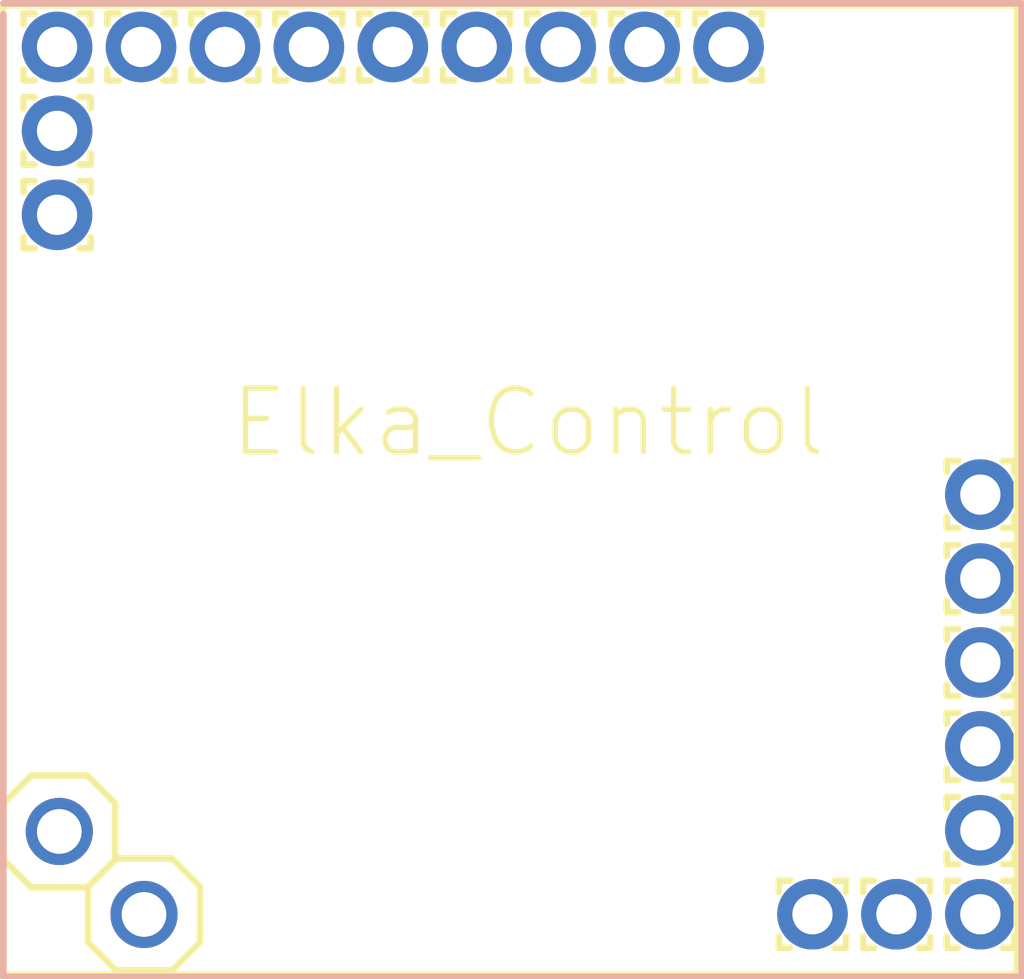
<source format=kicad_pcb>
(kicad_pcb (version 20171130) (host pcbnew 5.0.0-rc3-unknown-14ce5182~65~ubuntu16.04.1)

  (general
    (thickness 1.6)
    (drawings 11)
    (tracks 0)
    (zones 0)
    (modules 21)
    (nets 21)
  )

  (page A4)
  (layers
    (0 Top signal)
    (1 3V3 signal)
    (2 GND signal)
    (31 Bottom signal)
    (32 B.Adhes user)
    (33 F.Adhes user)
    (34 B.Paste user)
    (35 F.Paste user)
    (36 B.SilkS user)
    (37 F.SilkS user)
    (38 B.Mask user)
    (39 F.Mask user)
    (40 Dwgs.User user)
    (41 Cmts.User user)
    (42 Eco1.User user)
    (43 Eco2.User user)
    (44 Edge.Cuts user)
    (45 Margin user)
    (46 B.CrtYd user)
    (47 F.CrtYd user)
    (48 B.Fab user)
    (49 F.Fab user)
  )

  (setup
    (last_trace_width 0.25)
    (trace_clearance 0.127)
    (zone_clearance 0.508)
    (zone_45_only no)
    (trace_min 0.127)
    (segment_width 0.2)
    (edge_width 0.15)
    (via_size 0.8)
    (via_drill 0.4)
    (via_min_size 0.4)
    (via_min_drill 0.3)
    (uvia_size 0.3)
    (uvia_drill 0.1)
    (uvias_allowed no)
    (uvia_min_size 0.2)
    (uvia_min_drill 0.1)
    (pcb_text_width 0.3)
    (pcb_text_size 1.5 1.5)
    (mod_edge_width 0.15)
    (mod_text_size 1 1)
    (mod_text_width 0.15)
    (pad_size 1.524 1.524)
    (pad_drill 0.762)
    (pad_to_mask_clearance 0.2)
    (aux_axis_origin 0 0)
    (visible_elements FFFFFF7F)
    (pcbplotparams
      (layerselection 0x010fc_ffffffff)
      (usegerberextensions false)
      (usegerberattributes false)
      (usegerberadvancedattributes false)
      (creategerberjobfile false)
      (excludeedgelayer true)
      (linewidth 0.100000)
      (plotframeref false)
      (viasonmask false)
      (mode 1)
      (useauxorigin false)
      (hpglpennumber 1)
      (hpglpenspeed 20)
      (hpglpendiameter 15.000000)
      (psnegative false)
      (psa4output false)
      (plotreference true)
      (plotvalue true)
      (plotinvisibletext false)
      (padsonsilk false)
      (subtractmaskfromsilk false)
      (outputformat 1)
      (mirror false)
      (drillshape 1)
      (scaleselection 1)
      (outputdirectory ""))
  )

  (net 0 "")
  (net 1 GND)
  (net 2 +3V3)
  (net 3 PC11_2)
  (net 4 PC10_2)
  (net 5 PA5_2)
  (net 6 PB4_2)
  (net 7 PB11_2)
  (net 8 PB10_2)
  (net 9 PB3_2)
  (net 10 PA3_2)
  (net 11 PA2_2)
  (net 12 PA1_2)
  (net 13 PC12_2)
  (net 14 N$2)
  (net 15 N$1)
  (net 16 PA9_2)
  (net 17 PA10_2)
  (net 18 N$5)
  (net 19 PA6_2)
  (net 20 PA7_2)

  (net_class Default "This is the default net class."
    (clearance 0.127)
    (trace_width 0.25)
    (via_dia 0.8)
    (via_drill 0.4)
    (uvia_dia 0.3)
    (uvia_drill 0.1)
    (add_net +3V3)
    (add_net GND)
    (add_net N$1)
    (add_net N$2)
    (add_net N$5)
    (add_net PA10_2)
    (add_net PA1_2)
    (add_net PA2_2)
    (add_net PA3_2)
    (add_net PA5_2)
    (add_net PA6_2)
    (add_net PA7_2)
    (add_net PA9_2)
    (add_net PB10_2)
    (add_net PB11_2)
    (add_net PB3_2)
    (add_net PB4_2)
    (add_net PC10_2)
    (add_net PC11_2)
    (add_net PC12_2)
  )

  (module elka_r_breakout_cyclo:1,6_0,9 (layer Top) (tedit 0) (tstamp 5B46862C)
    (at 34.7599 117.437406)
    (descr "<b>THROUGH-HOLE PAD</b>")
    (fp_text reference PAD35 (at -0.762 -1.016) (layer F.SilkS) hide
      (effects (font (size 1.2065 1.2065) (thickness 0.127)) (justify left bottom))
    )
    (fp_text value "" (at 0 -0.6) (layer F.Fab)
      (effects (font (size 0.02413 0.02413) (thickness 0.00193)) (justify left bottom))
    )
    (fp_line (start -0.508 -0.762) (end -0.762 -0.762) (layer F.SilkS) (width 0.1524))
    (fp_line (start -0.762 -0.762) (end -0.762 -0.508) (layer F.SilkS) (width 0.1524))
    (fp_line (start -0.762 0.508) (end -0.762 0.762) (layer F.SilkS) (width 0.1524))
    (fp_line (start -0.762 0.762) (end -0.508 0.762) (layer F.SilkS) (width 0.1524))
    (fp_line (start 0.508 0.762) (end 0.762 0.762) (layer F.SilkS) (width 0.1524))
    (fp_line (start 0.762 0.762) (end 0.762 0.508) (layer F.SilkS) (width 0.1524))
    (fp_line (start 0.762 -0.508) (end 0.762 -0.762) (layer F.SilkS) (width 0.1524))
    (fp_line (start 0.762 -0.762) (end 0.508 -0.762) (layer F.SilkS) (width 0.1524))
    (fp_circle (center 0 0) (end 0.635 0) (layer F.Fab) (width 0.1524))
    (pad 1 thru_hole circle (at 0 0) (size 1.6002 1.6002) (drill 0.9144) (layers *.Cu *.Mask)
      (net 2 +3V3) (solder_mask_margin 0.1016))
  )

  (module elka_r_breakout_cyclo:1X01 (layer Top) (tedit 0) (tstamp 5B468F89)
    (at 25.303 137.127006 180)
    (descr "<b>PIN HEADER</b>")
    (fp_text reference JP4 (at -1.3462 -1.8288 180) (layer F.SilkS) hide
      (effects (font (size 1.2065 1.2065) (thickness 0.127)) (justify right top))
    )
    (fp_text value VBAT (at -1.27 3.175 180) (layer F.Fab) hide
      (effects (font (size 1.2065 1.2065) (thickness 0.1016)) (justify right top))
    )
    (fp_line (start -0.635 -1.27) (end 0.635 -1.27) (layer F.SilkS) (width 0.1524))
    (fp_line (start 0.635 -1.27) (end 1.27 -0.635) (layer F.SilkS) (width 0.1524))
    (fp_line (start 1.27 -0.635) (end 1.27 0.635) (layer F.SilkS) (width 0.1524))
    (fp_line (start 1.27 0.635) (end 0.635 1.27) (layer F.SilkS) (width 0.1524))
    (fp_line (start -1.27 -0.635) (end -1.27 0.635) (layer F.SilkS) (width 0.1524))
    (fp_line (start -0.635 -1.27) (end -1.27 -0.635) (layer F.SilkS) (width 0.1524))
    (fp_line (start -1.27 0.635) (end -0.635 1.27) (layer F.SilkS) (width 0.1524))
    (fp_line (start 0.635 1.27) (end -0.635 1.27) (layer F.SilkS) (width 0.1524))
    (fp_poly (pts (xy -0.254 0.254) (xy 0.254 0.254) (xy 0.254 -0.254) (xy -0.254 -0.254)) (layer F.Fab) (width 0))
    (pad 1 thru_hole circle (at 0 0 180) (size 1.524 1.524) (drill 1.016) (layers *.Cu *.Mask)
      (solder_mask_margin 0.1016))
  )

  (module elka_r_breakout_cyclo:1,6_0,9 (layer Top) (tedit 0) (tstamp 5B4685DE)
    (at 23.3299 121.247406)
    (descr "<b>THROUGH-HOLE PAD</b>")
    (fp_text reference PAD29 (at -0.762 -1.016) (layer F.SilkS) hide
      (effects (font (size 1.2065 1.2065) (thickness 0.127)) (justify left bottom))
    )
    (fp_text value "" (at 0 -0.6) (layer F.Fab)
      (effects (font (size 0.02413 0.02413) (thickness 0.00193)) (justify left bottom))
    )
    (fp_line (start -0.508 -0.762) (end -0.762 -0.762) (layer F.SilkS) (width 0.1524))
    (fp_line (start -0.762 -0.762) (end -0.762 -0.508) (layer F.SilkS) (width 0.1524))
    (fp_line (start -0.762 0.508) (end -0.762 0.762) (layer F.SilkS) (width 0.1524))
    (fp_line (start -0.762 0.762) (end -0.508 0.762) (layer F.SilkS) (width 0.1524))
    (fp_line (start 0.508 0.762) (end 0.762 0.762) (layer F.SilkS) (width 0.1524))
    (fp_line (start 0.762 0.762) (end 0.762 0.508) (layer F.SilkS) (width 0.1524))
    (fp_line (start 0.762 -0.508) (end 0.762 -0.762) (layer F.SilkS) (width 0.1524))
    (fp_line (start 0.762 -0.762) (end 0.508 -0.762) (layer F.SilkS) (width 0.1524))
    (fp_circle (center 0 0) (end 0.635 0) (layer F.Fab) (width 0.1524))
    (pad 1 thru_hole circle (at 0 0) (size 1.6002 1.6002) (drill 0.9144) (layers *.Cu *.Mask)
      (net 6 PB4_2) (solder_mask_margin 0.1016))
  )

  (module elka_r_breakout_cyclo:1,6_0,9 (layer Top) (tedit 0) (tstamp 5B468605)
    (at 30.9499 117.437406)
    (descr "<b>THROUGH-HOLE PAD</b>")
    (fp_text reference PAD32 (at -0.762 -1.016) (layer F.SilkS) hide
      (effects (font (size 1.2065 1.2065) (thickness 0.127)) (justify left bottom))
    )
    (fp_text value "" (at 0 -0.6) (layer F.Fab)
      (effects (font (size 0.02413 0.02413) (thickness 0.00193)) (justify left bottom))
    )
    (fp_line (start -0.508 -0.762) (end -0.762 -0.762) (layer F.SilkS) (width 0.1524))
    (fp_line (start -0.762 -0.762) (end -0.762 -0.508) (layer F.SilkS) (width 0.1524))
    (fp_line (start -0.762 0.508) (end -0.762 0.762) (layer F.SilkS) (width 0.1524))
    (fp_line (start -0.762 0.762) (end -0.508 0.762) (layer F.SilkS) (width 0.1524))
    (fp_line (start 0.508 0.762) (end 0.762 0.762) (layer F.SilkS) (width 0.1524))
    (fp_line (start 0.762 0.762) (end 0.762 0.508) (layer F.SilkS) (width 0.1524))
    (fp_line (start 0.762 -0.508) (end 0.762 -0.762) (layer F.SilkS) (width 0.1524))
    (fp_line (start 0.762 -0.762) (end 0.508 -0.762) (layer F.SilkS) (width 0.1524))
    (fp_circle (center 0 0) (end 0.635 0) (layer F.Fab) (width 0.1524))
    (pad 1 thru_hole circle (at 0 0) (size 1.6002 1.6002) (drill 0.9144) (layers *.Cu *.Mask)
      (net 15 N$1) (solder_mask_margin 0.1016))
  )

  (module elka_r_breakout_cyclo:1X01 (layer Top) (tedit 0) (tstamp 5B46854F)
    (at 23.3807 135.242806 180)
    (descr "<b>PIN HEADER</b>")
    (fp_text reference JP4 (at -1.3462 -1.8288 180) (layer F.SilkS) hide
      (effects (font (size 1.2065 1.2065) (thickness 0.127)) (justify right top))
    )
    (fp_text value VBAT (at -1.27 3.175 180) (layer F.Fab) hide
      (effects (font (size 1.2065 1.2065) (thickness 0.1016)) (justify right top))
    )
    (fp_line (start -0.635 -1.27) (end 0.635 -1.27) (layer F.SilkS) (width 0.1524))
    (fp_line (start 0.635 -1.27) (end 1.27 -0.635) (layer F.SilkS) (width 0.1524))
    (fp_line (start 1.27 -0.635) (end 1.27 0.635) (layer F.SilkS) (width 0.1524))
    (fp_line (start 1.27 0.635) (end 0.635 1.27) (layer F.SilkS) (width 0.1524))
    (fp_line (start -1.27 -0.635) (end -1.27 0.635) (layer F.SilkS) (width 0.1524))
    (fp_line (start -0.635 -1.27) (end -1.27 -0.635) (layer F.SilkS) (width 0.1524))
    (fp_line (start -1.27 0.635) (end -0.635 1.27) (layer F.SilkS) (width 0.1524))
    (fp_line (start 0.635 1.27) (end -0.635 1.27) (layer F.SilkS) (width 0.1524))
    (fp_poly (pts (xy -0.254 0.254) (xy 0.254 0.254) (xy 0.254 -0.254) (xy -0.254 -0.254)) (layer F.Fab) (width 0))
    (pad 1 thru_hole circle (at 0 0 180) (size 1.524 1.524) (drill 1.016) (layers *.Cu *.Mask)
      (net 20 PA7_2) (solder_mask_margin 0.1016))
  )

  (module elka_r_breakout_cyclo:1,6_0,9 (layer Top) (tedit 0) (tstamp 5B4685EB)
    (at 23.3299 119.342406)
    (descr "<b>THROUGH-HOLE PAD</b>")
    (fp_text reference PAD30 (at -0.762 -1.016) (layer F.SilkS) hide
      (effects (font (size 1.2065 1.2065) (thickness 0.127)) (justify left bottom))
    )
    (fp_text value "" (at 0 -0.6) (layer F.Fab)
      (effects (font (size 0.02413 0.02413) (thickness 0.00193)) (justify left bottom))
    )
    (fp_line (start -0.508 -0.762) (end -0.762 -0.762) (layer F.SilkS) (width 0.1524))
    (fp_line (start -0.762 -0.762) (end -0.762 -0.508) (layer F.SilkS) (width 0.1524))
    (fp_line (start -0.762 0.508) (end -0.762 0.762) (layer F.SilkS) (width 0.1524))
    (fp_line (start -0.762 0.762) (end -0.508 0.762) (layer F.SilkS) (width 0.1524))
    (fp_line (start 0.508 0.762) (end 0.762 0.762) (layer F.SilkS) (width 0.1524))
    (fp_line (start 0.762 0.762) (end 0.762 0.508) (layer F.SilkS) (width 0.1524))
    (fp_line (start 0.762 -0.508) (end 0.762 -0.762) (layer F.SilkS) (width 0.1524))
    (fp_line (start 0.762 -0.762) (end 0.508 -0.762) (layer F.SilkS) (width 0.1524))
    (fp_circle (center 0 0) (end 0.635 0) (layer F.Fab) (width 0.1524))
    (pad 1 thru_hole circle (at 0 0) (size 1.6002 1.6002) (drill 0.9144) (layers *.Cu *.Mask)
      (net 9 PB3_2) (solder_mask_margin 0.1016))
  )

  (module elka_r_breakout_cyclo:1,6_0,9 (layer Top) (tedit 0) (tstamp 5B46861F)
    (at 25.2349 117.437406)
    (descr "<b>THROUGH-HOLE PAD</b>")
    (fp_text reference PAD34 (at -0.762 -1.016) (layer F.SilkS) hide
      (effects (font (size 1.2065 1.2065) (thickness 0.127)) (justify left bottom))
    )
    (fp_text value "" (at 0 -0.6) (layer F.Fab)
      (effects (font (size 0.02413 0.02413) (thickness 0.00193)) (justify left bottom))
    )
    (fp_line (start -0.508 -0.762) (end -0.762 -0.762) (layer F.SilkS) (width 0.1524))
    (fp_line (start -0.762 -0.762) (end -0.762 -0.508) (layer F.SilkS) (width 0.1524))
    (fp_line (start -0.762 0.508) (end -0.762 0.762) (layer F.SilkS) (width 0.1524))
    (fp_line (start -0.762 0.762) (end -0.508 0.762) (layer F.SilkS) (width 0.1524))
    (fp_line (start 0.508 0.762) (end 0.762 0.762) (layer F.SilkS) (width 0.1524))
    (fp_line (start 0.762 0.762) (end 0.762 0.508) (layer F.SilkS) (width 0.1524))
    (fp_line (start 0.762 -0.508) (end 0.762 -0.762) (layer F.SilkS) (width 0.1524))
    (fp_line (start 0.762 -0.762) (end 0.508 -0.762) (layer F.SilkS) (width 0.1524))
    (fp_circle (center 0 0) (end 0.635 0) (layer F.Fab) (width 0.1524))
    (pad 1 thru_hole circle (at 0 0) (size 1.6002 1.6002) (drill 0.9144) (layers *.Cu *.Mask)
      (net 3 PC11_2) (solder_mask_margin 0.1016))
  )

  (module elka_r_breakout_cyclo:1,6_0,9 (layer Top) (tedit 0) (tstamp 5B4685C4)
    (at 40.4749 137.122406)
    (descr "<b>THROUGH-HOLE PAD</b>")
    (fp_text reference PAD27 (at -0.762 -1.016) (layer F.SilkS) hide
      (effects (font (size 1.2065 1.2065) (thickness 0.127)) (justify left bottom))
    )
    (fp_text value "" (at 0 -0.6) (layer F.Fab)
      (effects (font (size 0.02413 0.02413) (thickness 0.00193)) (justify left bottom))
    )
    (fp_line (start -0.508 -0.762) (end -0.762 -0.762) (layer F.SilkS) (width 0.1524))
    (fp_line (start -0.762 -0.762) (end -0.762 -0.508) (layer F.SilkS) (width 0.1524))
    (fp_line (start -0.762 0.508) (end -0.762 0.762) (layer F.SilkS) (width 0.1524))
    (fp_line (start -0.762 0.762) (end -0.508 0.762) (layer F.SilkS) (width 0.1524))
    (fp_line (start 0.508 0.762) (end 0.762 0.762) (layer F.SilkS) (width 0.1524))
    (fp_line (start 0.762 0.762) (end 0.762 0.508) (layer F.SilkS) (width 0.1524))
    (fp_line (start 0.762 -0.508) (end 0.762 -0.762) (layer F.SilkS) (width 0.1524))
    (fp_line (start 0.762 -0.762) (end 0.508 -0.762) (layer F.SilkS) (width 0.1524))
    (fp_circle (center 0 0) (end 0.635 0) (layer F.Fab) (width 0.1524))
    (pad 1 thru_hole circle (at 0 0) (size 1.6002 1.6002) (drill 0.9144) (layers *.Cu *.Mask)
      (net 12 PA1_2) (solder_mask_margin 0.1016))
  )

  (module elka_r_breakout_cyclo:1,6_0,9 (layer Top) (tedit 0) (tstamp 5B4685D1)
    (at 23.3299 117.437406)
    (descr "<b>THROUGH-HOLE PAD</b>")
    (fp_text reference PAD28 (at -0.762 -1.016) (layer F.SilkS) hide
      (effects (font (size 1.2065 1.2065) (thickness 0.127)) (justify left bottom))
    )
    (fp_text value "" (at 0 -0.6) (layer F.Fab)
      (effects (font (size 0.02413 0.02413) (thickness 0.00193)) (justify left bottom))
    )
    (fp_line (start -0.508 -0.762) (end -0.762 -0.762) (layer F.SilkS) (width 0.1524))
    (fp_line (start -0.762 -0.762) (end -0.762 -0.508) (layer F.SilkS) (width 0.1524))
    (fp_line (start -0.762 0.508) (end -0.762 0.762) (layer F.SilkS) (width 0.1524))
    (fp_line (start -0.762 0.762) (end -0.508 0.762) (layer F.SilkS) (width 0.1524))
    (fp_line (start 0.508 0.762) (end 0.762 0.762) (layer F.SilkS) (width 0.1524))
    (fp_line (start 0.762 0.762) (end 0.762 0.508) (layer F.SilkS) (width 0.1524))
    (fp_line (start 0.762 -0.508) (end 0.762 -0.762) (layer F.SilkS) (width 0.1524))
    (fp_line (start 0.762 -0.762) (end 0.508 -0.762) (layer F.SilkS) (width 0.1524))
    (fp_circle (center 0 0) (end 0.635 0) (layer F.Fab) (width 0.1524))
    (pad 1 thru_hole circle (at 0 0) (size 1.6002 1.6002) (drill 0.9144) (layers *.Cu *.Mask)
      (net 13 PC12_2) (solder_mask_margin 0.1016))
  )

  (module elka_r_breakout_cyclo:1,6_0,9 (layer Top) (tedit 0) (tstamp 5B4685F8)
    (at 32.8549 117.437406)
    (descr "<b>THROUGH-HOLE PAD</b>")
    (fp_text reference PAD31 (at -0.762 -1.016) (layer F.SilkS) hide
      (effects (font (size 1.2065 1.2065) (thickness 0.127)) (justify left bottom))
    )
    (fp_text value "" (at 0 -0.6) (layer F.Fab)
      (effects (font (size 0.02413 0.02413) (thickness 0.00193)) (justify left bottom))
    )
    (fp_line (start -0.508 -0.762) (end -0.762 -0.762) (layer F.SilkS) (width 0.1524))
    (fp_line (start -0.762 -0.762) (end -0.762 -0.508) (layer F.SilkS) (width 0.1524))
    (fp_line (start -0.762 0.508) (end -0.762 0.762) (layer F.SilkS) (width 0.1524))
    (fp_line (start -0.762 0.762) (end -0.508 0.762) (layer F.SilkS) (width 0.1524))
    (fp_line (start 0.508 0.762) (end 0.762 0.762) (layer F.SilkS) (width 0.1524))
    (fp_line (start 0.762 0.762) (end 0.762 0.508) (layer F.SilkS) (width 0.1524))
    (fp_line (start 0.762 -0.508) (end 0.762 -0.762) (layer F.SilkS) (width 0.1524))
    (fp_line (start 0.762 -0.762) (end 0.508 -0.762) (layer F.SilkS) (width 0.1524))
    (fp_circle (center 0 0) (end 0.635 0) (layer F.Fab) (width 0.1524))
    (pad 1 thru_hole circle (at 0 0) (size 1.6002 1.6002) (drill 0.9144) (layers *.Cu *.Mask)
      (net 1 GND) (solder_mask_margin 0.1016))
  )

  (module elka_r_breakout_cyclo:1,6_0,9 (layer Top) (tedit 0) (tstamp 5B468612)
    (at 29.0449 117.437406)
    (descr "<b>THROUGH-HOLE PAD</b>")
    (fp_text reference PAD33 (at -0.762 -1.016) (layer F.SilkS) hide
      (effects (font (size 1.2065 1.2065) (thickness 0.127)) (justify left bottom))
    )
    (fp_text value "" (at 0 -0.6) (layer F.Fab)
      (effects (font (size 0.02413 0.02413) (thickness 0.00193)) (justify left bottom))
    )
    (fp_line (start -0.508 -0.762) (end -0.762 -0.762) (layer F.SilkS) (width 0.1524))
    (fp_line (start -0.762 -0.762) (end -0.762 -0.508) (layer F.SilkS) (width 0.1524))
    (fp_line (start -0.762 0.508) (end -0.762 0.762) (layer F.SilkS) (width 0.1524))
    (fp_line (start -0.762 0.762) (end -0.508 0.762) (layer F.SilkS) (width 0.1524))
    (fp_line (start 0.508 0.762) (end 0.762 0.762) (layer F.SilkS) (width 0.1524))
    (fp_line (start 0.762 0.762) (end 0.762 0.508) (layer F.SilkS) (width 0.1524))
    (fp_line (start 0.762 -0.508) (end 0.762 -0.762) (layer F.SilkS) (width 0.1524))
    (fp_line (start 0.762 -0.762) (end 0.508 -0.762) (layer F.SilkS) (width 0.1524))
    (fp_circle (center 0 0) (end 0.635 0) (layer F.Fab) (width 0.1524))
    (pad 1 thru_hole circle (at 0 0) (size 1.6002 1.6002) (drill 0.9144) (layers *.Cu *.Mask)
      (net 14 N$2) (solder_mask_margin 0.1016))
  )

  (module elka_r_breakout_cyclo:1,6_0,9 (layer Top) (tedit 0) (tstamp 5B468646)
    (at 38.5699 117.437406)
    (descr "<b>THROUGH-HOLE PAD</b>")
    (fp_text reference PAD37 (at -0.762 -1.016) (layer F.SilkS) hide
      (effects (font (size 1.2065 1.2065) (thickness 0.127)) (justify left bottom))
    )
    (fp_text value "" (at 0 -0.6) (layer F.Fab)
      (effects (font (size 0.02413 0.02413) (thickness 0.00193)) (justify left bottom))
    )
    (fp_line (start -0.508 -0.762) (end -0.762 -0.762) (layer F.SilkS) (width 0.1524))
    (fp_line (start -0.762 -0.762) (end -0.762 -0.508) (layer F.SilkS) (width 0.1524))
    (fp_line (start -0.762 0.508) (end -0.762 0.762) (layer F.SilkS) (width 0.1524))
    (fp_line (start -0.762 0.762) (end -0.508 0.762) (layer F.SilkS) (width 0.1524))
    (fp_line (start 0.508 0.762) (end 0.762 0.762) (layer F.SilkS) (width 0.1524))
    (fp_line (start 0.762 0.762) (end 0.762 0.508) (layer F.SilkS) (width 0.1524))
    (fp_line (start 0.762 -0.508) (end 0.762 -0.762) (layer F.SilkS) (width 0.1524))
    (fp_line (start 0.762 -0.762) (end 0.508 -0.762) (layer F.SilkS) (width 0.1524))
    (fp_circle (center 0 0) (end 0.635 0) (layer F.Fab) (width 0.1524))
    (pad 1 thru_hole circle (at 0 0) (size 1.6002 1.6002) (drill 0.9144) (layers *.Cu *.Mask)
      (net 16 PA9_2) (solder_mask_margin 0.1016))
  )

  (module elka_r_breakout_cyclo:1,6_0,9 (layer Top) (tedit 0) (tstamp 5B4685B7)
    (at 44.2849 135.217406)
    (descr "<b>THROUGH-HOLE PAD</b>")
    (fp_text reference PAD26 (at -0.762 -1.016) (layer F.SilkS) hide
      (effects (font (size 1.2065 1.2065) (thickness 0.127)) (justify left bottom))
    )
    (fp_text value "" (at 0 -0.6) (layer F.Fab)
      (effects (font (size 0.02413 0.02413) (thickness 0.00193)) (justify left bottom))
    )
    (fp_line (start -0.508 -0.762) (end -0.762 -0.762) (layer F.SilkS) (width 0.1524))
    (fp_line (start -0.762 -0.762) (end -0.762 -0.508) (layer F.SilkS) (width 0.1524))
    (fp_line (start -0.762 0.508) (end -0.762 0.762) (layer F.SilkS) (width 0.1524))
    (fp_line (start -0.762 0.762) (end -0.508 0.762) (layer F.SilkS) (width 0.1524))
    (fp_line (start 0.508 0.762) (end 0.762 0.762) (layer F.SilkS) (width 0.1524))
    (fp_line (start 0.762 0.762) (end 0.762 0.508) (layer F.SilkS) (width 0.1524))
    (fp_line (start 0.762 -0.508) (end 0.762 -0.762) (layer F.SilkS) (width 0.1524))
    (fp_line (start 0.762 -0.762) (end 0.508 -0.762) (layer F.SilkS) (width 0.1524))
    (fp_circle (center 0 0) (end 0.635 0) (layer F.Fab) (width 0.1524))
    (pad 1 thru_hole circle (at 0 0) (size 1.6002 1.6002) (drill 0.9144) (layers *.Cu *.Mask)
      (net 5 PA5_2) (solder_mask_margin 0.1016))
  )

  (module elka_r_breakout_cyclo:1,6_0,9 (layer Top) (tedit 0) (tstamp 5B468590)
    (at 44.2849 127.597406)
    (descr "<b>THROUGH-HOLE PAD</b>")
    (fp_text reference PAD23 (at -0.762 -1.016) (layer F.SilkS) hide
      (effects (font (size 1.2065 1.2065) (thickness 0.127)) (justify left bottom))
    )
    (fp_text value "" (at 0 -0.6) (layer F.Fab)
      (effects (font (size 0.02413 0.02413) (thickness 0.00193)) (justify left bottom))
    )
    (fp_line (start -0.508 -0.762) (end -0.762 -0.762) (layer F.SilkS) (width 0.1524))
    (fp_line (start -0.762 -0.762) (end -0.762 -0.508) (layer F.SilkS) (width 0.1524))
    (fp_line (start -0.762 0.508) (end -0.762 0.762) (layer F.SilkS) (width 0.1524))
    (fp_line (start -0.762 0.762) (end -0.508 0.762) (layer F.SilkS) (width 0.1524))
    (fp_line (start 0.508 0.762) (end 0.762 0.762) (layer F.SilkS) (width 0.1524))
    (fp_line (start 0.762 0.762) (end 0.762 0.508) (layer F.SilkS) (width 0.1524))
    (fp_line (start 0.762 -0.508) (end 0.762 -0.762) (layer F.SilkS) (width 0.1524))
    (fp_line (start 0.762 -0.762) (end 0.508 -0.762) (layer F.SilkS) (width 0.1524))
    (fp_circle (center 0 0) (end 0.635 0) (layer F.Fab) (width 0.1524))
    (pad 1 thru_hole circle (at 0 0) (size 1.6002 1.6002) (drill 0.9144) (layers *.Cu *.Mask)
      (net 7 PB11_2) (solder_mask_margin 0.1016))
  )

  (module elka_r_breakout_cyclo:1,6_0,9 (layer Top) (tedit 0) (tstamp 5B4685AA)
    (at 44.2849 133.312406)
    (descr "<b>THROUGH-HOLE PAD</b>")
    (fp_text reference PAD25 (at -0.762 -1.016) (layer F.SilkS) hide
      (effects (font (size 1.2065 1.2065) (thickness 0.127)) (justify left bottom))
    )
    (fp_text value "" (at 0 -0.6) (layer F.Fab)
      (effects (font (size 0.02413 0.02413) (thickness 0.00193)) (justify left bottom))
    )
    (fp_line (start -0.508 -0.762) (end -0.762 -0.762) (layer F.SilkS) (width 0.1524))
    (fp_line (start -0.762 -0.762) (end -0.762 -0.508) (layer F.SilkS) (width 0.1524))
    (fp_line (start -0.762 0.508) (end -0.762 0.762) (layer F.SilkS) (width 0.1524))
    (fp_line (start -0.762 0.762) (end -0.508 0.762) (layer F.SilkS) (width 0.1524))
    (fp_line (start 0.508 0.762) (end 0.762 0.762) (layer F.SilkS) (width 0.1524))
    (fp_line (start 0.762 0.762) (end 0.762 0.508) (layer F.SilkS) (width 0.1524))
    (fp_line (start 0.762 -0.508) (end 0.762 -0.762) (layer F.SilkS) (width 0.1524))
    (fp_line (start 0.762 -0.762) (end 0.508 -0.762) (layer F.SilkS) (width 0.1524))
    (fp_circle (center 0 0) (end 0.635 0) (layer F.Fab) (width 0.1524))
    (pad 1 thru_hole circle (at 0 0) (size 1.6002 1.6002) (drill 0.9144) (layers *.Cu *.Mask)
      (net 18 N$5) (solder_mask_margin 0.1016))
  )

  (module elka_r_breakout_cyclo:1,6_0,9 (layer Top) (tedit 0) (tstamp 5B468576)
    (at 44.2849 137.122406)
    (descr "<b>THROUGH-HOLE PAD</b>")
    (fp_text reference PAD21 (at -0.762 -1.016) (layer F.SilkS) hide
      (effects (font (size 1.2065 1.2065) (thickness 0.127)) (justify left bottom))
    )
    (fp_text value "" (at 0 -0.6) (layer F.Fab)
      (effects (font (size 0.02413 0.02413) (thickness 0.00193)) (justify left bottom))
    )
    (fp_line (start -0.508 -0.762) (end -0.762 -0.762) (layer F.SilkS) (width 0.1524))
    (fp_line (start -0.762 -0.762) (end -0.762 -0.508) (layer F.SilkS) (width 0.1524))
    (fp_line (start -0.762 0.508) (end -0.762 0.762) (layer F.SilkS) (width 0.1524))
    (fp_line (start -0.762 0.762) (end -0.508 0.762) (layer F.SilkS) (width 0.1524))
    (fp_line (start 0.508 0.762) (end 0.762 0.762) (layer F.SilkS) (width 0.1524))
    (fp_line (start 0.762 0.762) (end 0.762 0.508) (layer F.SilkS) (width 0.1524))
    (fp_line (start 0.762 -0.508) (end 0.762 -0.762) (layer F.SilkS) (width 0.1524))
    (fp_line (start 0.762 -0.762) (end 0.508 -0.762) (layer F.SilkS) (width 0.1524))
    (fp_circle (center 0 0) (end 0.635 0) (layer F.Fab) (width 0.1524))
    (pad 1 thru_hole circle (at 0 0) (size 1.6002 1.6002) (drill 0.9144) (layers *.Cu *.Mask)
      (net 10 PA3_2) (solder_mask_margin 0.1016))
  )

  (module elka_r_breakout_cyclo:1,6_0,9 (layer Top) (tedit 0) (tstamp 5B468639)
    (at 36.6649 117.437406)
    (descr "<b>THROUGH-HOLE PAD</b>")
    (fp_text reference PAD36 (at -0.762 -1.016) (layer F.SilkS) hide
      (effects (font (size 1.2065 1.2065) (thickness 0.127)) (justify left bottom))
    )
    (fp_text value "" (at 0 -0.6) (layer F.Fab)
      (effects (font (size 0.02413 0.02413) (thickness 0.00193)) (justify left bottom))
    )
    (fp_line (start -0.508 -0.762) (end -0.762 -0.762) (layer F.SilkS) (width 0.1524))
    (fp_line (start -0.762 -0.762) (end -0.762 -0.508) (layer F.SilkS) (width 0.1524))
    (fp_line (start -0.762 0.508) (end -0.762 0.762) (layer F.SilkS) (width 0.1524))
    (fp_line (start -0.762 0.762) (end -0.508 0.762) (layer F.SilkS) (width 0.1524))
    (fp_line (start 0.508 0.762) (end 0.762 0.762) (layer F.SilkS) (width 0.1524))
    (fp_line (start 0.762 0.762) (end 0.762 0.508) (layer F.SilkS) (width 0.1524))
    (fp_line (start 0.762 -0.508) (end 0.762 -0.762) (layer F.SilkS) (width 0.1524))
    (fp_line (start 0.762 -0.762) (end 0.508 -0.762) (layer F.SilkS) (width 0.1524))
    (fp_circle (center 0 0) (end 0.635 0) (layer F.Fab) (width 0.1524))
    (pad 1 thru_hole circle (at 0 0) (size 1.6002 1.6002) (drill 0.9144) (layers *.Cu *.Mask)
      (net 17 PA10_2) (solder_mask_margin 0.1016))
  )

  (module elka_r_breakout_cyclo:1,6_0,9 (layer Top) (tedit 0) (tstamp 5B468569)
    (at 42.3799 137.122406)
    (descr "<b>THROUGH-HOLE PAD</b>")
    (fp_text reference PAD20 (at -0.762 -1.016) (layer F.SilkS) hide
      (effects (font (size 1.2065 1.2065) (thickness 0.127)) (justify left bottom))
    )
    (fp_text value "" (at 0 -0.6) (layer F.Fab)
      (effects (font (size 0.02413 0.02413) (thickness 0.00193)) (justify left bottom))
    )
    (fp_line (start -0.508 -0.762) (end -0.762 -0.762) (layer F.SilkS) (width 0.1524))
    (fp_line (start -0.762 -0.762) (end -0.762 -0.508) (layer F.SilkS) (width 0.1524))
    (fp_line (start -0.762 0.508) (end -0.762 0.762) (layer F.SilkS) (width 0.1524))
    (fp_line (start -0.762 0.762) (end -0.508 0.762) (layer F.SilkS) (width 0.1524))
    (fp_line (start 0.508 0.762) (end 0.762 0.762) (layer F.SilkS) (width 0.1524))
    (fp_line (start 0.762 0.762) (end 0.762 0.508) (layer F.SilkS) (width 0.1524))
    (fp_line (start 0.762 -0.508) (end 0.762 -0.762) (layer F.SilkS) (width 0.1524))
    (fp_line (start 0.762 -0.762) (end 0.508 -0.762) (layer F.SilkS) (width 0.1524))
    (fp_circle (center 0 0) (end 0.635 0) (layer F.Fab) (width 0.1524))
    (pad 1 thru_hole circle (at 0 0) (size 1.6002 1.6002) (drill 0.9144) (layers *.Cu *.Mask)
      (net 11 PA2_2) (solder_mask_margin 0.1016))
  )

  (module elka_r_breakout_cyclo:1,6_0,9 (layer Top) (tedit 0) (tstamp 5B46859D)
    (at 44.2849 131.407406)
    (descr "<b>THROUGH-HOLE PAD</b>")
    (fp_text reference PAD24 (at -0.762 -1.016) (layer F.SilkS) hide
      (effects (font (size 1.2065 1.2065) (thickness 0.127)) (justify left bottom))
    )
    (fp_text value "" (at 0 -0.6) (layer F.Fab)
      (effects (font (size 0.02413 0.02413) (thickness 0.00193)) (justify left bottom))
    )
    (fp_line (start -0.508 -0.762) (end -0.762 -0.762) (layer F.SilkS) (width 0.1524))
    (fp_line (start -0.762 -0.762) (end -0.762 -0.508) (layer F.SilkS) (width 0.1524))
    (fp_line (start -0.762 0.508) (end -0.762 0.762) (layer F.SilkS) (width 0.1524))
    (fp_line (start -0.762 0.762) (end -0.508 0.762) (layer F.SilkS) (width 0.1524))
    (fp_line (start 0.508 0.762) (end 0.762 0.762) (layer F.SilkS) (width 0.1524))
    (fp_line (start 0.762 0.762) (end 0.762 0.508) (layer F.SilkS) (width 0.1524))
    (fp_line (start 0.762 -0.508) (end 0.762 -0.762) (layer F.SilkS) (width 0.1524))
    (fp_line (start 0.762 -0.762) (end 0.508 -0.762) (layer F.SilkS) (width 0.1524))
    (fp_circle (center 0 0) (end 0.635 0) (layer F.Fab) (width 0.1524))
    (pad 1 thru_hole circle (at 0 0) (size 1.6002 1.6002) (drill 0.9144) (layers *.Cu *.Mask)
      (net 19 PA6_2) (solder_mask_margin 0.1016))
  )

  (module elka_r_breakout_cyclo:1,6_0,9 (layer Top) (tedit 0) (tstamp 5B468653)
    (at 27.1399 117.437406)
    (descr "<b>THROUGH-HOLE PAD</b>")
    (fp_text reference PAD38 (at -0.762 -1.016) (layer F.SilkS) hide
      (effects (font (size 1.2065 1.2065) (thickness 0.127)) (justify left bottom))
    )
    (fp_text value "" (at 0 -0.6) (layer F.Fab)
      (effects (font (size 0.02413 0.02413) (thickness 0.00193)) (justify left bottom))
    )
    (fp_line (start -0.508 -0.762) (end -0.762 -0.762) (layer F.SilkS) (width 0.1524))
    (fp_line (start -0.762 -0.762) (end -0.762 -0.508) (layer F.SilkS) (width 0.1524))
    (fp_line (start -0.762 0.508) (end -0.762 0.762) (layer F.SilkS) (width 0.1524))
    (fp_line (start -0.762 0.762) (end -0.508 0.762) (layer F.SilkS) (width 0.1524))
    (fp_line (start 0.508 0.762) (end 0.762 0.762) (layer F.SilkS) (width 0.1524))
    (fp_line (start 0.762 0.762) (end 0.762 0.508) (layer F.SilkS) (width 0.1524))
    (fp_line (start 0.762 -0.508) (end 0.762 -0.762) (layer F.SilkS) (width 0.1524))
    (fp_line (start 0.762 -0.762) (end 0.508 -0.762) (layer F.SilkS) (width 0.1524))
    (fp_circle (center 0 0) (end 0.635 0) (layer F.Fab) (width 0.1524))
    (pad 1 thru_hole circle (at 0 0) (size 1.6002 1.6002) (drill 0.9144) (layers *.Cu *.Mask)
      (net 4 PC10_2) (solder_mask_margin 0.1016))
  )

  (module elka_r_breakout_cyclo:1,6_0,9 (layer Top) (tedit 0) (tstamp 5B468583)
    (at 44.2849 129.502406)
    (descr "<b>THROUGH-HOLE PAD</b>")
    (fp_text reference PAD22 (at -0.762 -1.016) (layer F.SilkS) hide
      (effects (font (size 1.2065 1.2065) (thickness 0.127)) (justify left bottom))
    )
    (fp_text value "" (at 0 -0.6) (layer F.Fab)
      (effects (font (size 0.02413 0.02413) (thickness 0.00193)) (justify left bottom))
    )
    (fp_line (start -0.508 -0.762) (end -0.762 -0.762) (layer F.SilkS) (width 0.1524))
    (fp_line (start -0.762 -0.762) (end -0.762 -0.508) (layer F.SilkS) (width 0.1524))
    (fp_line (start -0.762 0.508) (end -0.762 0.762) (layer F.SilkS) (width 0.1524))
    (fp_line (start -0.762 0.762) (end -0.508 0.762) (layer F.SilkS) (width 0.1524))
    (fp_line (start 0.508 0.762) (end 0.762 0.762) (layer F.SilkS) (width 0.1524))
    (fp_line (start 0.762 0.762) (end 0.762 0.508) (layer F.SilkS) (width 0.1524))
    (fp_line (start 0.762 -0.508) (end 0.762 -0.762) (layer F.SilkS) (width 0.1524))
    (fp_line (start 0.762 -0.762) (end 0.508 -0.762) (layer F.SilkS) (width 0.1524))
    (fp_circle (center 0 0) (end 0.635 0) (layer F.Fab) (width 0.1524))
    (pad 1 thru_hole circle (at 0 0) (size 1.6002 1.6002) (drill 0.9144) (layers *.Cu *.Mask)
      (net 8 PB10_2) (solder_mask_margin 0.1016))
  )

  (gr_circle (center 43.2181 136.944606) (end 43.8531 136.944606) (layer Dwgs.User) (width 0.127) (tstamp 512A240))
  (gr_line (start 45.152868 122.788094) (end 45.152868 117.962094) (layer Dwgs.User) (width 0.15) (tstamp 4179220))
  (gr_line (start 22.1107 138.490806) (end 45.1107 138.490806) (layer F.SilkS) (width 0.15) (tstamp 2DC4B10))
  (gr_line (start 45.1107 138.490806) (end 45.1107 116.490806) (layer F.SilkS) (width 0.15) (tstamp 2E6CF70))
  (gr_line (start 45.1107 116.490806) (end 22.1107 116.490806) (layer F.SilkS) (width 0.15) (tstamp 2E6D460))
  (gr_line (start 22.1107 116.490806) (end 22.1107 138.490806) (layer F.SilkS) (width 0.15) (tstamp 2E6D950))
  (gr_line (start 22.1107 116.446806) (end 45.2247 116.446806) (layer B.SilkS) (width 0.15) (tstamp 2E6DE40))
  (gr_line (start 45.2247 116.446806) (end 45.2247 138.544806) (layer B.SilkS) (width 0.15) (tstamp 3C55680))
  (gr_line (start 45.2247 138.544806) (end 22.1107 138.544806) (layer B.SilkS) (width 0.15) (tstamp 3C55B70))
  (gr_line (start 22.1107 138.544806) (end 22.1107 116.700806) (layer B.SilkS) (width 0.15) (tstamp 3C56060))
  (gr_text Elka_Control (at 27.178 126.810006) (layer F.SilkS) (tstamp 3DBE3B0)
    (effects (font (size 1.4478 1.4478) (thickness 0.12192)) (justify left bottom))
  )

)

</source>
